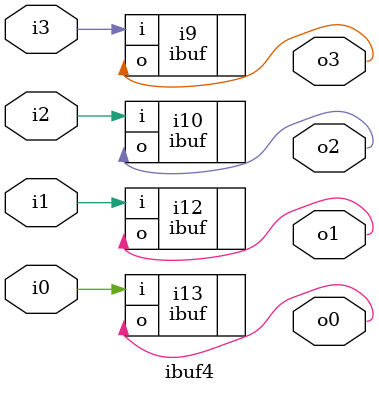
<source format=v>

module ibuf4 (o0, o1, o2, o3, i0, i1, i2, i3 );
// generated by Concept HDL Direct Version 1.7 08-Aug-94
// on Wed Sep  7 10:36:25 1994
// from /usr3/xiltest/concept/lib/xm3000/ibuf4/logic

  parameter size = 0;

  output  o0;
  output  o1;
  output  o2;
  output  o3;
  input  i0;
  input  i1;
  input  i2;
  input  i3;


// begin instances 

  ibuf i9  (.i(i3),
	.o(o3));
  defparam i9.size = 1;

  ibuf i10  (.i(i2),
	.o(o2));
  defparam i10.size = 1;

  ibuf i12  (.i(i1),
	.o(o1));
  defparam i12.size = 1;

  ibuf i13  (.i(i0),
	.o(o0));
  defparam i13.size = 1;

endmodule // ibuf4(logic) 

</source>
